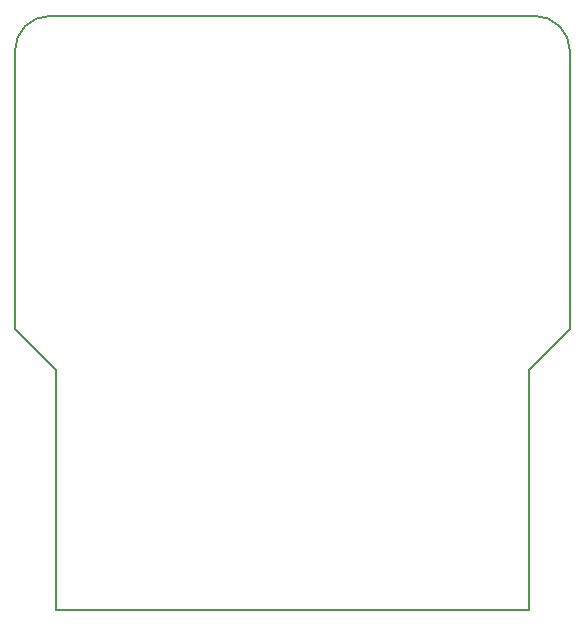
<source format=gm1>
%TF.GenerationSoftware,KiCad,Pcbnew,9.0.5*%
%TF.CreationDate,2025-10-10T12:12:09+02:00*%
%TF.ProjectId,CART-Breakout,43415254-2d42-4726-9561-6b6f75742e6b,rev?*%
%TF.SameCoordinates,Original*%
%TF.FileFunction,Profile,NP*%
%FSLAX46Y46*%
G04 Gerber Fmt 4.6, Leading zero omitted, Abs format (unit mm)*
G04 Created by KiCad (PCBNEW 9.0.5) date 2025-10-10 12:12:09*
%MOMM*%
%LPD*%
G01*
G04 APERTURE LIST*
%TA.AperFunction,Profile*%
%ADD10C,0.150000*%
%TD*%
G04 APERTURE END LIST*
D10*
X131000000Y-118330000D02*
X131000000Y-118000000D01*
X174500000Y-94500000D02*
X174500000Y-71000000D01*
X127500000Y-71000000D02*
G75*
G02*
X130500000Y-68000000I3000000J0D01*
G01*
X171500000Y-68000000D02*
X130500000Y-68000000D01*
X174000000Y-95000000D02*
X174500000Y-94500000D01*
X131000000Y-98000000D02*
X131000000Y-118000000D01*
X127500000Y-94500000D02*
X131000000Y-98000000D01*
X171000000Y-98000000D02*
X174000000Y-95000000D01*
X171000000Y-118330000D02*
X131000000Y-118330000D01*
X171500000Y-68000000D02*
G75*
G02*
X174500000Y-71000000I0J-3000000D01*
G01*
X171000000Y-118330000D02*
X171000000Y-98000000D01*
X127500000Y-71000000D02*
X127500000Y-94500000D01*
M02*

</source>
